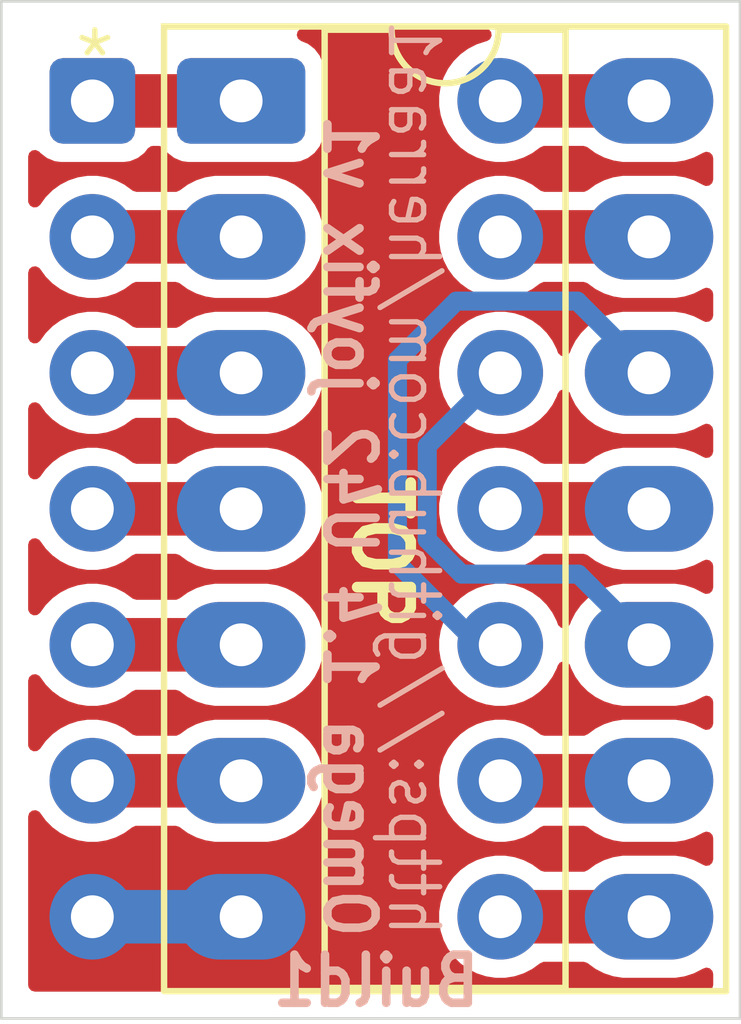
<source format=kicad_pcb>
(kicad_pcb (version 20241229) (generator "pcbnew") (generator_version "9.0")
  (title_block (title "Omega 1.4 U42 joyfix v1") (date "2025-09-14") (rev "Build1") (company "Albert Herranz"))
  (layers (0 "F.Cu" signal) (2 "B.Cu" signal) (13 "F.Paste" user) (15 "B.Paste" user) (5 "F.SilkS" user "F.Silkscreen") (7 "B.SilkS" user "B.Silkscreen") (1 "F.Mask" user) (3 "B.Mask" user) (25 "Edge.Cuts" user))
  (net 0 "")
  (net 1 "/J1TRG2")
  (net 2 "/GND")
  (net 3 "/VCC")
  (net 4 "Net-(J1-Pin_6)")
  (net 5 "/JB2")
  (net 6 "Net-(J1-Pin_9)")
  (net 7 "/JB3")
  (net 8 "Net-(J1-Pin_5)")
  (net 9 "/JB1")
  (net 10 "/J1TRG1")
  (net 11 "/J2TRG2")
  (net 12 "/J2TRG1")
  (net 13 "Net-(J1-Pin_8)")
  (net 14 "/JB0")
  (footprint "My_Components:DIP-14_W7.62mm_Socket_Custom" (layer "F.Cu") (at 115.5 68.36)
    (property "Reference" "J1" (hide yes))
    (property "Value" "To Motherboard" (hide yes))
    (fp_text user "*" (at -0.4 -0.2 0) (layer "F.SilkS") (effects (font (thickness 0.1)) (justify left bottom)))
    (pad "1" thru_hole roundrect (at 0 0) (size 1.6 1.6) (drill 0.8) (layers "*.Cu" "*.Mask") (roundrect_rratio 0.15625) (net 14 "/JB0"))
    (pad "2" thru_hole circle (at 0 2.54) (size 1.6 1.6) (drill 0.8) (layers "*.Cu" "*.Mask") (net 10 "/J1TRG1"))
    (pad "3" thru_hole circle (at 0 5.08) (size 1.6 1.6) (drill 0.8) (layers "*.Cu" "*.Mask") (net 7 "/JB3"))
    (pad "4" thru_hole circle (at 0 7.62) (size 1.6 1.6) (drill 0.8) (layers "*.Cu" "*.Mask") (net 11 "/J2TRG2"))
    (pad "5" thru_hole circle (at 0 10.16) (size 1.6 1.6) (drill 0.8) (layers "*.Cu" "*.Mask") (net 8 "Net-(J1-Pin_5)"))
    (pad "6" thru_hole circle (at 0 12.7) (size 1.6 1.6) (drill 0.8) (layers "*.Cu" "*.Mask") (net 4 "Net-(J1-Pin_6)"))
    (pad "7" thru_hole circle (at 0 15.24) (size 1.6 1.6) (drill 0.8) (layers "*.Cu" "*.Mask") (net 2 "/GND"))
    (pad "8" thru_hole circle (at 7.62 15.24) (size 1.6 1.6) (drill 0.8) (layers "*.Cu" "*.Mask") (net 13 "Net-(J1-Pin_8)"))
    (pad "9" thru_hole circle (at 7.62 12.7) (size 1.6 1.6) (drill 0.8) (layers "*.Cu" "*.Mask") (net 6 "Net-(J1-Pin_9)"))
    (pad "10" thru_hole circle (at 7.62 10.16) (size 1.6 1.6) (drill 0.8) (layers "*.Cu" "*.Mask") (net 1 "/J1TRG2"))
    (pad "11" thru_hole circle (at 7.62 7.62) (size 1.6 1.6) (drill 0.8) (layers "*.Cu" "*.Mask") (net 5 "/JB2"))
    (pad "12" thru_hole circle (at 7.62 5.08) (size 1.6 1.6) (drill 0.8) (layers "*.Cu" "*.Mask") (net 12 "/J2TRG1"))
    (pad "13" thru_hole circle (at 7.62 2.54) (size 1.6 1.6) (drill 0.8) (layers "*.Cu" "*.Mask") (net 9 "/JB1"))
    (pad "14" thru_hole circle (at 7.62 0) (size 1.6 1.6) (drill 0.8) (layers "*.Cu" "*.Mask") (net 3 "/VCC"))
  )
  (footprint "Package_DIP:DIP-14_W7.62mm_Socket_LongPads" (layer "F.Cu") (at 118.28 68.36)
    (property "Reference" "J2" (hide yes))
    (property "Value" "To 74LS07" (hide yes))
    (fp_line (start 1.56 -1.33) (end 1.56 16.57) (stroke (width 0.12)) (layer "F.SilkS"))
    (fp_line (start 1.56 16.57) (end 6.06 16.57) (stroke (width 0.12)) (layer "F.SilkS"))
    (fp_line (start 2.81 -1.33) (end 1.56 -1.33) (stroke (width 0.12)) (layer "F.SilkS"))
    (fp_line (start 6.06 -1.33) (end 4.81 -1.33) (stroke (width 0.12)) (layer "F.SilkS"))
    (fp_line (start 6.06 16.57) (end 6.06 -1.33) (stroke (width 0.12)) (layer "F.SilkS"))
    (fp_rect (start -1.44 -1.39) (end 9.06 16.63) (stroke (width 0.12)) (fill no) (layer "F.SilkS"))
    (fp_arc (start 4.81 -1.33) (mid 3.81 -0.33) (end 2.81 -1.33) (stroke (width 0.12)) (layer "F.SilkS"))
    (pad "1" thru_hole roundrect (at 0 0) (size 2.4 1.6) (drill 0.8) (layers "*.Cu" "*.Mask") (roundrect_rratio 0.15625) (net 14 "/JB0"))
    (pad "2" thru_hole oval (at 0 2.54) (size 2.4 1.6) (drill 0.8) (layers "*.Cu" "*.Mask") (net 10 "/J1TRG1"))
    (pad "3" thru_hole oval (at 0 5.08) (size 2.4 1.6) (drill 0.8) (layers "*.Cu" "*.Mask") (net 7 "/JB3"))
    (pad "4" thru_hole oval (at 0 7.62) (size 2.4 1.6) (drill 0.8) (layers "*.Cu" "*.Mask") (net 11 "/J2TRG2"))
    (pad "5" thru_hole oval (at 0 10.16) (size 2.4 1.6) (drill 0.8) (layers "*.Cu" "*.Mask") (net 8 "Net-(J1-Pin_5)"))
    (pad "6" thru_hole oval (at 0 12.7) (size 2.4 1.6) (drill 0.8) (layers "*.Cu" "*.Mask") (net 4 "Net-(J1-Pin_6)"))
    (pad "7" thru_hole oval (at 0 15.24) (size 2.4 1.6) (drill 0.8) (layers "*.Cu" "*.Mask") (net 2 "/GND"))
    (pad "8" thru_hole oval (at 7.62 15.24) (size 2.4 1.6) (drill 0.8) (layers "*.Cu" "*.Mask") (net 13 "Net-(J1-Pin_8)"))
    (pad "9" thru_hole oval (at 7.62 12.7) (size 2.4 1.6) (drill 0.8) (layers "*.Cu" "*.Mask") (net 6 "Net-(J1-Pin_9)"))
    (pad "10" thru_hole oval (at 7.62 10.16) (size 2.4 1.6) (drill 0.8) (layers "*.Cu" "*.Mask") (net 12 "/J2TRG1"))
    (pad "11" thru_hole oval (at 7.62 7.62) (size 2.4 1.6) (drill 0.8) (layers "*.Cu" "*.Mask") (net 5 "/JB2"))
    (pad "12" thru_hole oval (at 7.62 5.08) (size 2.4 1.6) (drill 0.8) (layers "*.Cu" "*.Mask") (net 1 "/J1TRG2"))
    (pad "13" thru_hole oval (at 7.62 2.54) (size 2.4 1.6) (drill 0.8) (layers "*.Cu" "*.Mask") (net 9 "/JB1"))
    (pad "14" thru_hole oval (at 7.62 0) (size 2.4 1.6) (drill 0.8) (layers "*.Cu" "*.Mask") (net 3 "/VCC"))
  )
  (gr_line (start 113.8 66.5) (end 127.6 66.5) (stroke (width 0.05)) (layer "Edge.Cuts"))
  (gr_line (start 127.6 66.5) (end 127.6 85.5) (stroke (width 0.05)) (layer "Edge.Cuts"))
  (gr_line (start 113.8 85.5) (end 113.8 66.5) (stroke (width 0.05)) (layer "Edge.Cuts"))
  (gr_line (start 127.6 85.5) (end 113.8 85.5) (stroke (width 0.05)) (layer "Edge.Cuts"))
  (gr_text "TOP" (at 120.9 76.8 270) (layer "F.SilkS") (effects (font (size 1 1) (thickness 0.2) (bold yes))))
  (gr_text "${REVISION}" (at 120.8 84.8 0) (layer "B.SilkS") (effects (font (size 0.9 0.8) (thickness 0.16) (bold yes)) (justify mirror)))
  (gr_text "https://github.com/herraa1" (at 121.5 75.4 270) (layer "B.SilkS") (effects (font (size 0.9 0.8) (thickness 0.1)) (justify mirror)))
  (gr_text "${TITLE}" (at 120.3 76.3 270) (layer "B.SilkS") (effects (font (size 0.9 0.8) (thickness 0.16) (bold yes)) (justify mirror)))
  (segment (start 122.3 72.1) (end 121.2 73.2) (width 0.3556) (layer "B.Cu") (net 1))
  (segment (start 122.72 78.52) (end 123.12 78.52) (width 0.3556) (layer "B.Cu") (net 1))
  (segment (start 124.56 72.1) (end 122.3 72.1) (width 0.3556) (layer "B.Cu") (net 1))
  (segment (start 125.9 73.44) (end 124.56 72.1) (width 0.3556) (layer "B.Cu") (net 1))
  (segment (start 121.2 73.2) (end 121.2 77) (width 0.3556) (layer "B.Cu") (net 1))
  (segment (start 121.2 77) (end 122.72 78.52) (width 0.3556) (layer "B.Cu") (net 1))
  (segment (start 115.5 83.6) (end 118.28 83.6) (width 1) (layer "F.Cu") (net 2))
  (segment (start 115.5 83.6) (end 118.28 83.6) (width 1) (layer "B.Cu") (net 2))
  (segment (start 123.12 68.36) (end 125.9 68.36) (width 1) (layer "F.Cu") (net 3))
  (segment (start 115.5 81.06) (end 118.28 81.06) (width 1) (layer "F.Cu") (net 4))
  (segment (start 123.12 75.98) (end 125.9 75.98) (width 1) (layer "F.Cu") (net 5))
  (segment (start 123.12 81.06) (end 125.9 81.06) (width 1) (layer "F.Cu") (net 6))
  (segment (start 115.5 73.44) (end 118.28 73.44) (width 1) (layer "F.Cu") (net 7))
  (segment (start 115.5 78.52) (end 118.28 78.52) (width 1) (layer "F.Cu") (net 8))
  (segment (start 123.12 70.9) (end 125.9 70.9) (width 1) (layer "F.Cu") (net 9))
  (segment (start 115.5 70.9) (end 118.28 70.9) (width 1) (layer "F.Cu") (net 10))
  (segment (start 115.5 75.98) (end 118.28 75.98) (width 1) (layer "F.Cu") (net 11))
  (segment (start 122.4 77.2) (end 124.58 77.2) (width 0.3556) (layer "B.Cu") (net 12))
  (segment (start 124.58 77.2) (end 125.9 78.52) (width 0.3556) (layer "B.Cu") (net 12))
  (segment (start 121.7566 74.8034) (end 121.7566 76.5566) (width 0.3556) (layer "B.Cu") (net 12))
  (segment (start 123.12 73.44) (end 121.7566 74.8034) (width 0.3556) (layer "B.Cu") (net 12))
  (segment (start 121.7566 76.5566) (end 122.4 77.2) (width 0.3556) (layer "B.Cu") (net 12))
  (segment (start 123.12 83.6) (end 125.9 83.6) (width 1) (layer "F.Cu") (net 13))
  (segment (start 115.5 68.36) (end 118.28 68.36) (width 1) (layer "F.Cu") (net 14))
  (zone (net 2) (net_name "/GND") (layer "F.Cu") (connect_pads yes (clearance 0.34)) (min_thickness 0.25) (fill yes (thermal_gap 0.5) (thermal_bridge_width 0.5))
    (polygon (pts (xy 113.8 66.5) (xy 127.6 66.5) (xy 127.5 85.4) (xy 113.8 85.4)))
  )
)
</source>
